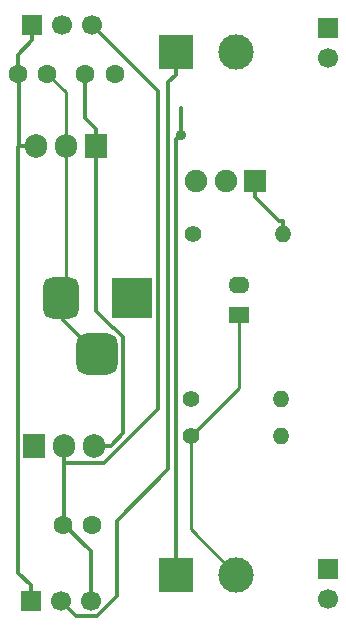
<source format=gbr>
%TF.GenerationSoftware,KiCad,Pcbnew,9.0.1*%
%TF.CreationDate,2025-04-29T00:54:00-03:00*%
%TF.ProjectId,Breadboard Power Supply,42726561-6462-46f6-9172-6420506f7765,rev?*%
%TF.SameCoordinates,Original*%
%TF.FileFunction,Copper,L1,Top*%
%TF.FilePolarity,Positive*%
%FSLAX46Y46*%
G04 Gerber Fmt 4.6, Leading zero omitted, Abs format (unit mm)*
G04 Created by KiCad (PCBNEW 9.0.1) date 2025-04-29 00:54:00*
%MOMM*%
%LPD*%
G01*
G04 APERTURE LIST*
G04 Aperture macros list*
%AMRoundRect*
0 Rectangle with rounded corners*
0 $1 Rounding radius*
0 $2 $3 $4 $5 $6 $7 $8 $9 X,Y pos of 4 corners*
0 Add a 4 corners polygon primitive as box body*
4,1,4,$2,$3,$4,$5,$6,$7,$8,$9,$2,$3,0*
0 Add four circle primitives for the rounded corners*
1,1,$1+$1,$2,$3*
1,1,$1+$1,$4,$5*
1,1,$1+$1,$6,$7*
1,1,$1+$1,$8,$9*
0 Add four rect primitives between the rounded corners*
20,1,$1+$1,$2,$3,$4,$5,0*
20,1,$1+$1,$4,$5,$6,$7,0*
20,1,$1+$1,$6,$7,$8,$9,0*
20,1,$1+$1,$8,$9,$2,$3,0*%
G04 Aperture macros list end*
%TA.AperFunction,ComponentPad*%
%ADD10R,1.700000X1.700000*%
%TD*%
%TA.AperFunction,ComponentPad*%
%ADD11C,1.700000*%
%TD*%
%TA.AperFunction,ComponentPad*%
%ADD12R,3.500000X3.500000*%
%TD*%
%TA.AperFunction,ComponentPad*%
%ADD13RoundRect,0.750000X-0.750000X-1.000000X0.750000X-1.000000X0.750000X1.000000X-0.750000X1.000000X0*%
%TD*%
%TA.AperFunction,ComponentPad*%
%ADD14RoundRect,0.875000X-0.875000X-0.875000X0.875000X-0.875000X0.875000X0.875000X-0.875000X0.875000X0*%
%TD*%
%TA.AperFunction,ComponentPad*%
%ADD15C,1.600000*%
%TD*%
%TA.AperFunction,ComponentPad*%
%ADD16C,1.400000*%
%TD*%
%TA.AperFunction,ComponentPad*%
%ADD17O,1.400000X1.400000*%
%TD*%
%TA.AperFunction,ComponentPad*%
%ADD18R,1.900000X1.900000*%
%TD*%
%TA.AperFunction,ComponentPad*%
%ADD19C,1.900000*%
%TD*%
%TA.AperFunction,ComponentPad*%
%ADD20R,1.800000X1.400000*%
%TD*%
%TA.AperFunction,ComponentPad*%
%ADD21O,1.800000X1.400000*%
%TD*%
%TA.AperFunction,ComponentPad*%
%ADD22R,3.000000X3.000000*%
%TD*%
%TA.AperFunction,ComponentPad*%
%ADD23C,3.000000*%
%TD*%
%TA.AperFunction,ComponentPad*%
%ADD24R,1.905000X2.000000*%
%TD*%
%TA.AperFunction,ComponentPad*%
%ADD25O,1.905000X2.000000*%
%TD*%
%TA.AperFunction,ViaPad*%
%ADD26C,0.900000*%
%TD*%
%TA.AperFunction,Conductor*%
%ADD27C,0.250000*%
%TD*%
%TA.AperFunction,Conductor*%
%ADD28C,0.350000*%
%TD*%
G04 APERTURE END LIST*
D10*
%TO.P,J1,1,Pin_1*%
%TO.N,/PWR_OUT_BOTTOM*%
X179200000Y-47725000D03*
D11*
%TO.P,J1,2,Pin_2*%
%TO.N,GND*%
X179200000Y-50265000D03*
%TD*%
D12*
%TO.P,J5,1*%
%TO.N,/PWR_input*%
X162600000Y-70600000D03*
D13*
%TO.P,J5,2*%
%TO.N,GND*%
X156600000Y-70600000D03*
D14*
%TO.P,J5,3*%
X159600000Y-75300000D03*
%TD*%
D10*
%TO.P,J3,1,Pin_1*%
%TO.N,/5V*%
X154020000Y-96200000D03*
D11*
%TO.P,J3,2,Pin_2*%
%TO.N,/PWR_OUT_BOTTOM*%
X156560000Y-96200000D03*
%TO.P,J3,3,Pin_3*%
%TO.N,/3.3V*%
X159100000Y-96200000D03*
%TD*%
D15*
%TO.P,C1,1*%
%TO.N,/12V*%
X158600000Y-51600000D03*
%TO.P,C1,2*%
%TO.N,GND*%
X161100000Y-51600000D03*
%TD*%
D10*
%TO.P,J2,1,Pin_1*%
%TO.N,/PWR_OUT_TOP*%
X179200000Y-93500000D03*
D11*
%TO.P,J2,2,Pin_2*%
%TO.N,GND*%
X179200000Y-96040000D03*
%TD*%
D16*
%TO.P,R2,1*%
%TO.N,Net-(U2-ADJ)*%
X167580000Y-79100000D03*
D17*
%TO.P,R2,2*%
%TO.N,/3.3V*%
X175200000Y-79100000D03*
%TD*%
D16*
%TO.P,R3,1*%
%TO.N,GND*%
X167580000Y-82250000D03*
D17*
%TO.P,R3,2*%
%TO.N,Net-(U2-ADJ)*%
X175200000Y-82250000D03*
%TD*%
D18*
%TO.P,S1,1*%
%TO.N,/12V*%
X173000000Y-60700000D03*
D19*
%TO.P,S1,2*%
%TO.N,/PWR_input*%
X170500000Y-60700000D03*
%TO.P,S1,3*%
%TO.N,unconnected-(S1-Pad3)*%
X168000000Y-60700000D03*
%TD*%
D20*
%TO.P,D1,1,K*%
%TO.N,GND*%
X171600000Y-72040000D03*
D21*
%TO.P,D1,2,A*%
%TO.N,Net-(D1-A)*%
X171600000Y-69500000D03*
%TD*%
D15*
%TO.P,C2,1*%
%TO.N,/3.3V*%
X156700000Y-89800000D03*
%TO.P,C2,2*%
%TO.N,GND*%
X159200000Y-89800000D03*
%TD*%
D10*
%TO.P,J6,1,Pin_1*%
%TO.N,/5V*%
X154120000Y-47500000D03*
D11*
%TO.P,J6,2,Pin_2*%
%TO.N,/PWR_OUT_TOP*%
X156660000Y-47500000D03*
%TO.P,J6,3,Pin_3*%
%TO.N,/3.3V*%
X159200000Y-47500000D03*
%TD*%
D22*
%TO.P,J7,1,Pin_1*%
%TO.N,/PWR_OUT_TOP*%
X166320000Y-94000000D03*
D23*
%TO.P,J7,2,Pin_2*%
%TO.N,GND*%
X171400000Y-94000000D03*
%TD*%
D24*
%TO.P,U1,1,VI*%
%TO.N,/12V*%
X159500000Y-57700000D03*
D25*
%TO.P,U1,2,GND*%
%TO.N,GND*%
X156960000Y-57700000D03*
%TO.P,U1,3,VO*%
%TO.N,/5V*%
X154420000Y-57700000D03*
%TD*%
D24*
%TO.P,U2,1,ADJ*%
%TO.N,Net-(U2-ADJ)*%
X154320000Y-83100000D03*
D25*
%TO.P,U2,2,VO*%
%TO.N,/3.3V*%
X156860000Y-83100000D03*
%TO.P,U2,3,VI*%
%TO.N,/12V*%
X159400000Y-83100000D03*
%TD*%
D16*
%TO.P,R1,1*%
%TO.N,Net-(D1-A)*%
X167780000Y-65200000D03*
D17*
%TO.P,R1,2*%
%TO.N,/12V*%
X175400000Y-65200000D03*
%TD*%
D15*
%TO.P,C3,1*%
%TO.N,/5V*%
X152900000Y-51600000D03*
%TO.P,C3,2*%
%TO.N,GND*%
X155400000Y-51600000D03*
%TD*%
D22*
%TO.P,J4,1,Pin_1*%
%TO.N,/PWR_OUT_BOTTOM*%
X166260000Y-49800000D03*
D23*
%TO.P,J4,2,Pin_2*%
%TO.N,GND*%
X171340000Y-49800000D03*
%TD*%
D26*
%TO.N,/PWR_OUT_TOP*%
X166723300Y-56762500D03*
%TD*%
D27*
%TO.N,GND*%
X159600000Y-75300000D02*
X156600000Y-72300000D01*
X156600000Y-72300000D02*
X156600000Y-70600000D01*
X171600000Y-78230000D02*
X167580000Y-82250000D01*
X156960000Y-57700000D02*
X156960000Y-53160000D01*
X167580000Y-90180000D02*
X171400000Y-94000000D01*
X171600000Y-72040000D02*
X171600000Y-78230000D01*
X156960000Y-70240000D02*
X156960000Y-57700000D01*
X156960000Y-53160000D02*
X155400000Y-51600000D01*
X167580000Y-82250000D02*
X167580000Y-90180000D01*
X156600000Y-70600000D02*
X156960000Y-70240000D01*
D28*
%TO.N,/12V*%
X175400000Y-65200000D02*
X175400000Y-64073300D01*
X161835000Y-82044300D02*
X161835000Y-73914000D01*
X158600000Y-55373300D02*
X159500000Y-56273300D01*
X158600000Y-51600000D02*
X158600000Y-55373300D01*
X159500000Y-71656300D02*
X159500000Y-57700000D01*
X160964000Y-73120000D02*
X159500000Y-71656300D01*
X161041000Y-73120000D02*
X160964000Y-73120000D01*
X173000000Y-60700000D02*
X173000000Y-62076700D01*
X159500000Y-57700000D02*
X159500000Y-56273300D01*
X174997000Y-64073300D02*
X175400000Y-64073300D01*
X159400000Y-83100000D02*
X160779000Y-83100000D01*
X160779000Y-83100000D02*
X161835000Y-82044300D01*
X161835000Y-73914000D02*
X161041000Y-73120000D01*
X173000000Y-62076700D02*
X174997000Y-64073300D01*
%TO.N,/3.3V*%
X164777000Y-80020400D02*
X160232000Y-84565600D01*
X157567500Y-84565600D02*
X157528600Y-84526700D01*
X160232000Y-84565600D02*
X157567500Y-84565600D01*
X157528600Y-84526700D02*
X156860000Y-84526700D01*
X159100000Y-96200000D02*
X159100000Y-92040000D01*
X156860000Y-89800000D02*
X156700000Y-89800000D01*
X159100000Y-92040000D02*
X156860000Y-89800000D01*
X156860000Y-84526700D02*
X156860000Y-83100000D01*
X156860000Y-83100000D02*
X156860000Y-84526700D01*
X156860000Y-89800000D02*
X156860000Y-84526700D01*
X157567500Y-84565600D02*
X156860000Y-84565600D01*
X159200000Y-47500000D02*
X164777000Y-53076700D01*
X164777000Y-53076700D02*
X164777000Y-80020400D01*
%TO.N,/5V*%
X152900000Y-49996700D02*
X154120000Y-48776700D01*
X153041000Y-51740800D02*
X152900000Y-51600000D01*
X154020000Y-94923300D02*
X152941000Y-93844100D01*
X154120000Y-47500000D02*
X154120000Y-48776700D01*
X152941000Y-57800000D02*
X153041000Y-57700000D01*
X153041000Y-57700000D02*
X153041000Y-51740800D01*
X154020000Y-96200000D02*
X154020000Y-94923300D01*
X152900000Y-51600000D02*
X152900000Y-49996700D01*
X154420000Y-57700000D02*
X153041000Y-57700000D01*
X152941000Y-93844100D02*
X152941000Y-57800000D01*
%TO.N,/PWR_OUT_BOTTOM*%
X166260000Y-49800000D02*
X166260000Y-51726700D01*
X165658300Y-52328400D02*
X165658300Y-85074400D01*
X161287800Y-89444900D02*
X161287800Y-95856300D01*
X166260000Y-51726700D02*
X165658300Y-52328400D01*
X159644300Y-97499800D02*
X157859800Y-97499800D01*
X165658300Y-85074400D02*
X161287800Y-89444900D01*
X161287800Y-95856300D02*
X159644300Y-97499800D01*
X157859800Y-97499800D02*
X156560000Y-96200000D01*
%TO.N,/PWR_OUT_TOP*%
X166723300Y-56762500D02*
X166320000Y-57165800D01*
X166723300Y-56762500D02*
X166723300Y-54532600D01*
X166723300Y-54532600D02*
X166723300Y-56762500D01*
X166320000Y-57165800D02*
X166320000Y-94000000D01*
%TD*%
M02*

</source>
